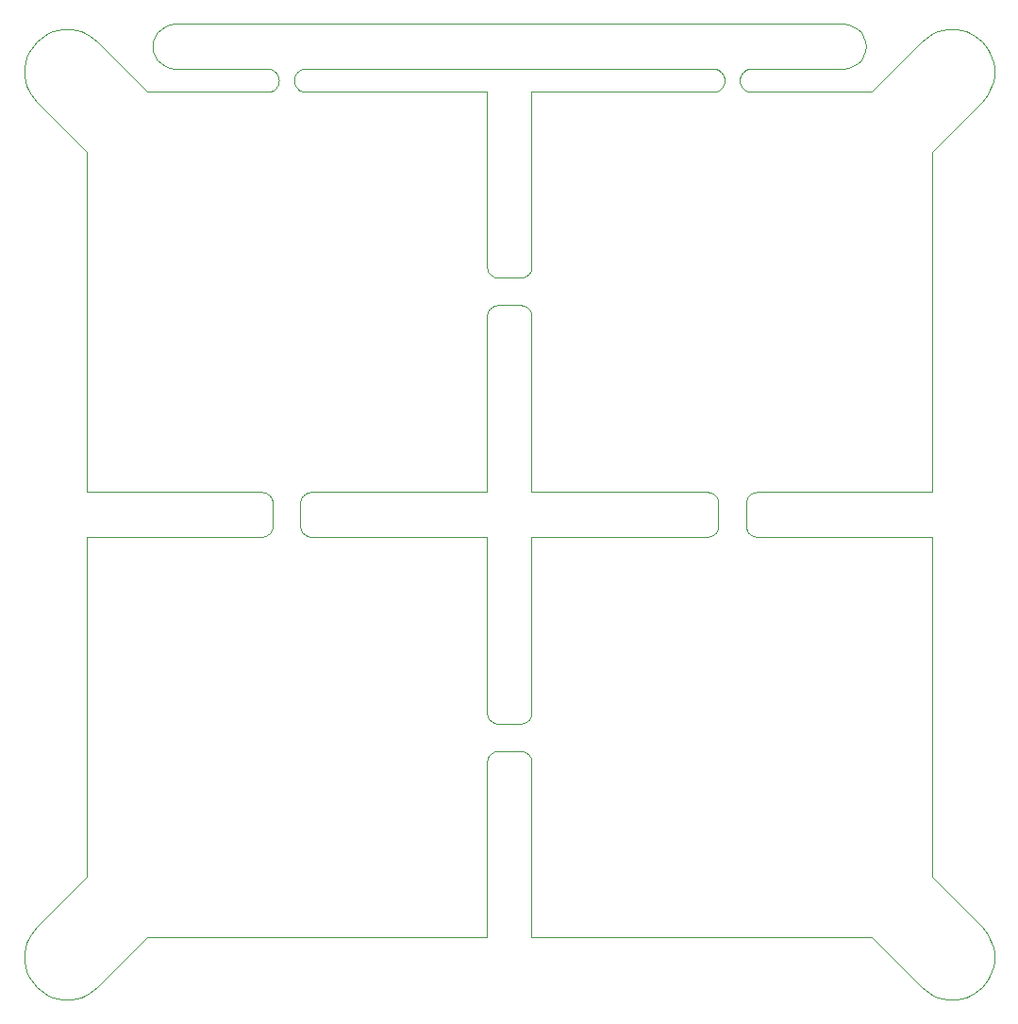
<source format=gko>
%MOIN*%
%OFA0B0*%
%FSLAX44Y44*%
%IPPOS*%
%LPD*%
%ADD10C,0*%
D10*
X00012492Y00035433D02*
X00012492Y00035433D01*
X00026877Y00035433D01*
X00026897Y00035432D01*
X00026917Y00035431D01*
X00026937Y00035428D01*
X00026957Y00035424D01*
X00026976Y00035420D01*
X00026996Y00035414D01*
X00027015Y00035408D01*
X00027033Y00035400D01*
X00027052Y00035392D01*
X00027070Y00035382D01*
X00027087Y00035372D01*
X00027104Y00035361D01*
X00027120Y00035349D01*
X00027135Y00035336D01*
X00027150Y00035322D01*
X00027164Y00035308D01*
X00027178Y00035293D01*
X00027190Y00035277D01*
X00027202Y00035260D01*
X00027213Y00035244D01*
X00027232Y00035212D01*
X00027252Y00035176D01*
X00027267Y00035137D01*
X00027279Y00035097D01*
X00027286Y00035056D01*
X00027289Y00035015D01*
X00027288Y00034973D01*
X00027282Y00034932D01*
X00027272Y00034891D01*
X00027257Y00034852D01*
X00027239Y00034815D01*
X00027216Y00034780D01*
X00027191Y00034747D01*
X00027161Y00034717D01*
X00027129Y00034691D01*
X00027094Y00034668D01*
X00027057Y00034649D01*
X00027019Y00034634D01*
X00026978Y00034623D01*
X00026937Y00034616D01*
X00026896Y00034614D01*
X00020472Y00034614D01*
X00020472Y00028439D01*
X00020471Y00028408D01*
X00020467Y00028377D01*
X00020461Y00028347D01*
X00020453Y00028317D01*
X00020442Y00028288D01*
X00020429Y00028260D01*
X00020414Y00028233D01*
X00020397Y00028207D01*
X00020378Y00028183D01*
X00020357Y00028161D01*
X00020334Y00028140D01*
X00020310Y00028120D01*
X00020284Y00028103D01*
X00020257Y00028088D01*
X00020229Y00028075D01*
X00020200Y00028064D01*
X00020170Y00028056D01*
X00020140Y00028050D01*
X00020109Y00028046D01*
X00020078Y00028045D01*
X00019291Y00028045D01*
X00019260Y00028046D01*
X00019229Y00028050D01*
X00019199Y00028056D01*
X00019169Y00028064D01*
X00019140Y00028075D01*
X00019112Y00028088D01*
X00019085Y00028103D01*
X00019059Y00028120D01*
X00019035Y00028140D01*
X00019012Y00028161D01*
X00018991Y00028183D01*
X00018972Y00028207D01*
X00018955Y00028233D01*
X00018940Y00028260D01*
X00018927Y00028288D01*
X00018916Y00028317D01*
X00018908Y00028347D01*
X00018902Y00028377D01*
X00018898Y00028408D01*
X00018897Y00028439D01*
X00018897Y00034614D01*
X00012474Y00034614D01*
X00012432Y00034616D01*
X00012391Y00034623D01*
X00012351Y00034634D01*
X00012312Y00034649D01*
X00012275Y00034668D01*
X00012240Y00034691D01*
X00012208Y00034717D01*
X00012179Y00034747D01*
X00012153Y00034780D01*
X00012130Y00034815D01*
X00012112Y00034852D01*
X00012097Y00034891D01*
X00012087Y00034932D01*
X00012081Y00034973D01*
X00012080Y00035015D01*
X00012083Y00035056D01*
X00012090Y00035097D01*
X00012102Y00035137D01*
X00012117Y00035176D01*
X00012137Y00035212D01*
X00012156Y00035244D01*
X00012167Y00035260D01*
X00012179Y00035277D01*
X00012191Y00035293D01*
X00012205Y00035308D01*
X00012219Y00035322D01*
X00012234Y00035336D01*
X00012249Y00035349D01*
X00012265Y00035361D01*
X00012282Y00035372D01*
X00012300Y00035382D01*
X00012317Y00035392D01*
X00012336Y00035400D01*
X00012354Y00035408D01*
X00012373Y00035414D01*
X00012393Y00035420D01*
X00012412Y00035424D01*
X00012432Y00035428D01*
X00012452Y00035431D01*
X00012472Y00035432D01*
X00012492Y00035433D01*
X00028240Y00035433D02*
X00028240Y00035433D01*
X00031496Y00035433D01*
X00031671Y00035452D01*
X00031837Y00035511D01*
X00031986Y00035604D01*
X00032111Y00035729D01*
X00032205Y00035878D01*
X00032263Y00036045D01*
X00032283Y00036220D01*
X00032263Y00036395D01*
X00032205Y00036562D01*
X00032111Y00036711D01*
X00031986Y00036836D01*
X00031837Y00036929D01*
X00031671Y00036988D01*
X00031496Y00037007D01*
X00007874Y00037007D01*
X00007698Y00036988D01*
X00007532Y00036929D01*
X00007383Y00036836D01*
X00007258Y00036711D01*
X00007164Y00036562D01*
X00007106Y00036395D01*
X00007086Y00036220D01*
X00007106Y00036045D01*
X00007164Y00035878D01*
X00007258Y00035729D01*
X00007383Y00035604D01*
X00007532Y00035511D01*
X00007698Y00035452D01*
X00007874Y00035433D01*
X00011129Y00035433D01*
X00011149Y00035432D01*
X00011169Y00035431D01*
X00011189Y00035428D01*
X00011209Y00035424D01*
X00011228Y00035420D01*
X00011248Y00035414D01*
X00011267Y00035408D01*
X00011285Y00035400D01*
X00011304Y00035392D01*
X00011322Y00035382D01*
X00011339Y00035372D01*
X00011356Y00035361D01*
X00011372Y00035349D01*
X00011387Y00035336D01*
X00011402Y00035322D01*
X00011416Y00035308D01*
X00011430Y00035293D01*
X00011442Y00035277D01*
X00011454Y00035260D01*
X00011465Y00035244D01*
X00011484Y00035212D01*
X00011504Y00035176D01*
X00011519Y00035137D01*
X00011531Y00035097D01*
X00011538Y00035056D01*
X00011541Y00035015D01*
X00011540Y00034973D01*
X00011534Y00034932D01*
X00011524Y00034891D01*
X00011509Y00034852D01*
X00011491Y00034815D01*
X00011468Y00034780D01*
X00011443Y00034747D01*
X00011413Y00034717D01*
X00011381Y00034691D01*
X00011346Y00034668D01*
X00011309Y00034649D01*
X00011270Y00034634D01*
X00011230Y00034623D01*
X00011189Y00034616D01*
X00011148Y00034614D01*
X00006876Y00034614D01*
X00005109Y00036382D01*
X00004983Y00036494D01*
X00004846Y00036591D01*
X00004699Y00036673D01*
X00004543Y00036737D01*
X00004382Y00036784D01*
X00004216Y00036812D01*
X00004048Y00036821D01*
X00003880Y00036812D01*
X00003714Y00036784D01*
X00003552Y00036737D01*
X00003397Y00036673D01*
X00003250Y00036591D01*
X00003113Y00036494D01*
X00002987Y00036382D01*
X00002875Y00036256D01*
X00002778Y00036119D01*
X00002696Y00035972D01*
X00002632Y00035817D01*
X00002586Y00035655D01*
X00002557Y00035489D01*
X00002548Y00035321D01*
X00002557Y00035153D01*
X00002586Y00034987D01*
X00002632Y00034826D01*
X00002696Y00034670D01*
X00002778Y00034523D01*
X00002875Y00034386D01*
X00002987Y00034261D01*
X00004755Y00032493D01*
X00004755Y00020472D01*
X00010930Y00020472D01*
X00010961Y00020471D01*
X00010992Y00020467D01*
X00011022Y00020461D01*
X00011052Y00020453D01*
X00011081Y00020442D01*
X00011109Y00020429D01*
X00011136Y00020414D01*
X00011162Y00020397D01*
X00011186Y00020378D01*
X00011209Y00020357D01*
X00011230Y00020334D01*
X00011249Y00020310D01*
X00011266Y00020284D01*
X00011281Y00020257D01*
X00011294Y00020229D01*
X00011305Y00020200D01*
X00011313Y00020170D01*
X00011319Y00020140D01*
X00011323Y00020109D01*
X00011324Y00020078D01*
X00011324Y00019291D01*
X00011323Y00019260D01*
X00011319Y00019229D01*
X00011313Y00019199D01*
X00011305Y00019169D01*
X00011294Y00019140D01*
X00011281Y00019112D01*
X00011266Y00019085D01*
X00011249Y00019059D01*
X00011230Y00019035D01*
X00011209Y00019012D01*
X00011186Y00018991D01*
X00011162Y00018972D01*
X00011136Y00018955D01*
X00011109Y00018940D01*
X00011081Y00018927D01*
X00011052Y00018916D01*
X00011022Y00018908D01*
X00010992Y00018902D01*
X00010961Y00018898D01*
X00010930Y00018897D01*
X00004755Y00018897D01*
X00004755Y00006876D01*
X00002987Y00005109D01*
X00002875Y00004983D01*
X00002778Y00004846D01*
X00002696Y00004699D01*
X00002632Y00004543D01*
X00002586Y00004382D01*
X00002557Y00004216D01*
X00002548Y00004048D01*
X00002557Y00003880D01*
X00002586Y00003714D01*
X00002632Y00003552D01*
X00002696Y00003397D01*
X00002778Y00003250D01*
X00002875Y00003113D01*
X00002987Y00002987D01*
X00003113Y00002875D01*
X00003250Y00002778D01*
X00003397Y00002696D01*
X00003552Y00002632D01*
X00003714Y00002586D01*
X00003880Y00002557D01*
X00004048Y00002548D01*
X00004216Y00002557D01*
X00004382Y00002586D01*
X00004543Y00002632D01*
X00004699Y00002696D01*
X00004846Y00002778D01*
X00004983Y00002875D01*
X00005109Y00002987D01*
X00006876Y00004755D01*
X00018897Y00004755D01*
X00018897Y00010930D01*
X00018898Y00010961D01*
X00018902Y00010992D01*
X00018908Y00011022D01*
X00018916Y00011052D01*
X00018927Y00011081D01*
X00018940Y00011109D01*
X00018955Y00011136D01*
X00018972Y00011162D01*
X00018991Y00011186D01*
X00019012Y00011209D01*
X00019035Y00011230D01*
X00019059Y00011249D01*
X00019085Y00011266D01*
X00019112Y00011281D01*
X00019140Y00011294D01*
X00019169Y00011305D01*
X00019199Y00011313D01*
X00019229Y00011319D01*
X00019260Y00011323D01*
X00019291Y00011324D01*
X00020078Y00011324D01*
X00020109Y00011323D01*
X00020140Y00011319D01*
X00020170Y00011313D01*
X00020200Y00011305D01*
X00020229Y00011294D01*
X00020257Y00011281D01*
X00020284Y00011266D01*
X00020310Y00011249D01*
X00020334Y00011230D01*
X00020357Y00011209D01*
X00020378Y00011186D01*
X00020397Y00011162D01*
X00020414Y00011136D01*
X00020429Y00011109D01*
X00020442Y00011081D01*
X00020453Y00011052D01*
X00020461Y00011022D01*
X00020467Y00010992D01*
X00020471Y00010961D01*
X00020472Y00010930D01*
X00020472Y00004755D01*
X00032493Y00004755D01*
X00034261Y00002987D01*
X00034386Y00002875D01*
X00034523Y00002778D01*
X00034670Y00002696D01*
X00034826Y00002632D01*
X00034987Y00002586D01*
X00035153Y00002557D01*
X00035321Y00002548D01*
X00035489Y00002557D01*
X00035655Y00002586D01*
X00035817Y00002632D01*
X00035972Y00002696D01*
X00036119Y00002778D01*
X00036256Y00002875D01*
X00036382Y00002987D01*
X00036494Y00003113D01*
X00036591Y00003250D01*
X00036673Y00003397D01*
X00036737Y00003552D01*
X00036784Y00003714D01*
X00036812Y00003880D01*
X00036821Y00004048D01*
X00036812Y00004216D01*
X00036784Y00004382D01*
X00036737Y00004543D01*
X00036673Y00004699D01*
X00036591Y00004846D01*
X00036494Y00004983D01*
X00036382Y00005109D01*
X00034614Y00006876D01*
X00034614Y00018897D01*
X00028439Y00018897D01*
X00028408Y00018898D01*
X00028377Y00018902D01*
X00028347Y00018908D01*
X00028317Y00018916D01*
X00028288Y00018927D01*
X00028260Y00018940D01*
X00028233Y00018955D01*
X00028207Y00018972D01*
X00028183Y00018991D01*
X00028161Y00019012D01*
X00028140Y00019035D01*
X00028120Y00019059D01*
X00028103Y00019085D01*
X00028088Y00019112D01*
X00028075Y00019140D01*
X00028064Y00019169D01*
X00028056Y00019199D01*
X00028050Y00019229D01*
X00028046Y00019260D01*
X00028045Y00019291D01*
X00028045Y00020078D01*
X00028046Y00020109D01*
X00028050Y00020140D01*
X00028056Y00020170D01*
X00028064Y00020200D01*
X00028075Y00020229D01*
X00028088Y00020257D01*
X00028103Y00020284D01*
X00028120Y00020310D01*
X00028140Y00020334D01*
X00028161Y00020357D01*
X00028183Y00020378D01*
X00028207Y00020397D01*
X00028233Y00020414D01*
X00028260Y00020429D01*
X00028288Y00020442D01*
X00028317Y00020453D01*
X00028347Y00020461D01*
X00028377Y00020467D01*
X00028408Y00020471D01*
X00028439Y00020472D01*
X00034614Y00020472D01*
X00034614Y00032493D01*
X00036382Y00034261D01*
X00036494Y00034386D01*
X00036591Y00034523D01*
X00036673Y00034670D01*
X00036737Y00034826D01*
X00036784Y00034987D01*
X00036812Y00035153D01*
X00036821Y00035321D01*
X00036812Y00035489D01*
X00036784Y00035655D01*
X00036737Y00035817D01*
X00036673Y00035972D01*
X00036591Y00036119D01*
X00036494Y00036256D01*
X00036382Y00036382D01*
X00036256Y00036494D01*
X00036119Y00036591D01*
X00035972Y00036673D01*
X00035817Y00036737D01*
X00035655Y00036784D01*
X00035489Y00036812D01*
X00035321Y00036821D01*
X00035153Y00036812D01*
X00034987Y00036784D01*
X00034826Y00036737D01*
X00034670Y00036673D01*
X00034523Y00036591D01*
X00034386Y00036494D01*
X00034261Y00036382D01*
X00032493Y00034614D01*
X00028222Y00034614D01*
X00028180Y00034616D01*
X00028139Y00034623D01*
X00028099Y00034634D01*
X00028060Y00034649D01*
X00028023Y00034668D01*
X00027988Y00034691D01*
X00027956Y00034717D01*
X00027927Y00034747D01*
X00027901Y00034780D01*
X00027878Y00034815D01*
X00027860Y00034852D01*
X00027845Y00034891D01*
X00027835Y00034932D01*
X00027829Y00034973D01*
X00027828Y00035015D01*
X00027831Y00035056D01*
X00027838Y00035097D01*
X00027850Y00035137D01*
X00027865Y00035176D01*
X00027885Y00035212D01*
X00027904Y00035244D01*
X00027915Y00035260D01*
X00027927Y00035277D01*
X00027939Y00035293D01*
X00027953Y00035308D01*
X00027967Y00035322D01*
X00027982Y00035336D01*
X00027997Y00035349D01*
X00028013Y00035361D01*
X00028030Y00035372D01*
X00028048Y00035382D01*
X00028065Y00035392D01*
X00028084Y00035400D01*
X00028102Y00035408D01*
X00028121Y00035414D01*
X00028141Y00035420D01*
X00028160Y00035424D01*
X00028180Y00035428D01*
X00028200Y00035431D01*
X00028220Y00035432D01*
X00028240Y00035433D01*
X00012691Y00020472D02*
X00012691Y00020472D01*
X00018897Y00020472D01*
X00018897Y00026678D01*
X00018898Y00026709D01*
X00018902Y00026740D01*
X00018908Y00026770D01*
X00018916Y00026800D01*
X00018927Y00026829D01*
X00018940Y00026857D01*
X00018955Y00026884D01*
X00018972Y00026910D01*
X00018991Y00026934D01*
X00019012Y00026957D01*
X00019035Y00026978D01*
X00019059Y00026997D01*
X00019085Y00027014D01*
X00019112Y00027029D01*
X00019140Y00027042D01*
X00019169Y00027053D01*
X00019199Y00027061D01*
X00019229Y00027067D01*
X00019260Y00027071D01*
X00019291Y00027072D01*
X00020078Y00027072D01*
X00020109Y00027071D01*
X00020140Y00027067D01*
X00020170Y00027061D01*
X00020200Y00027053D01*
X00020229Y00027042D01*
X00020257Y00027029D01*
X00020284Y00027014D01*
X00020310Y00026997D01*
X00020334Y00026978D01*
X00020357Y00026957D01*
X00020378Y00026934D01*
X00020397Y00026910D01*
X00020414Y00026884D01*
X00020429Y00026857D01*
X00020442Y00026829D01*
X00020453Y00026800D01*
X00020461Y00026770D01*
X00020467Y00026740D01*
X00020471Y00026709D01*
X00020472Y00026678D01*
X00020472Y00020472D01*
X00026678Y00020472D01*
X00026709Y00020471D01*
X00026740Y00020467D01*
X00026770Y00020461D01*
X00026800Y00020453D01*
X00026829Y00020442D01*
X00026857Y00020429D01*
X00026884Y00020414D01*
X00026910Y00020397D01*
X00026934Y00020378D01*
X00026957Y00020357D01*
X00026978Y00020334D01*
X00026997Y00020310D01*
X00027014Y00020284D01*
X00027029Y00020257D01*
X00027042Y00020229D01*
X00027053Y00020200D01*
X00027061Y00020170D01*
X00027067Y00020140D01*
X00027071Y00020109D01*
X00027072Y00020078D01*
X00027072Y00019291D01*
X00027071Y00019260D01*
X00027067Y00019229D01*
X00027061Y00019199D01*
X00027053Y00019169D01*
X00027042Y00019140D01*
X00027029Y00019112D01*
X00027014Y00019085D01*
X00026997Y00019059D01*
X00026978Y00019035D01*
X00026957Y00019012D01*
X00026934Y00018991D01*
X00026910Y00018972D01*
X00026884Y00018955D01*
X00026857Y00018940D01*
X00026829Y00018927D01*
X00026800Y00018916D01*
X00026770Y00018908D01*
X00026740Y00018902D01*
X00026709Y00018898D01*
X00026678Y00018897D01*
X00020472Y00018897D01*
X00020472Y00012691D01*
X00020471Y00012660D01*
X00020467Y00012629D01*
X00020461Y00012599D01*
X00020453Y00012569D01*
X00020442Y00012540D01*
X00020429Y00012512D01*
X00020414Y00012485D01*
X00020397Y00012459D01*
X00020378Y00012435D01*
X00020357Y00012412D01*
X00020334Y00012391D01*
X00020310Y00012372D01*
X00020284Y00012355D01*
X00020257Y00012340D01*
X00020229Y00012327D01*
X00020200Y00012316D01*
X00020170Y00012308D01*
X00020140Y00012302D01*
X00020109Y00012298D01*
X00020078Y00012297D01*
X00019291Y00012297D01*
X00019260Y00012298D01*
X00019229Y00012302D01*
X00019199Y00012308D01*
X00019169Y00012316D01*
X00019140Y00012327D01*
X00019112Y00012340D01*
X00019085Y00012355D01*
X00019059Y00012372D01*
X00019035Y00012391D01*
X00019012Y00012412D01*
X00018991Y00012435D01*
X00018972Y00012459D01*
X00018955Y00012485D01*
X00018940Y00012512D01*
X00018927Y00012540D01*
X00018916Y00012569D01*
X00018908Y00012599D01*
X00018902Y00012629D01*
X00018898Y00012660D01*
X00018897Y00012691D01*
X00018897Y00018897D01*
X00012691Y00018897D01*
X00012660Y00018898D01*
X00012629Y00018902D01*
X00012599Y00018908D01*
X00012569Y00018916D01*
X00012540Y00018927D01*
X00012512Y00018940D01*
X00012485Y00018955D01*
X00012459Y00018972D01*
X00012435Y00018991D01*
X00012412Y00019012D01*
X00012391Y00019035D01*
X00012372Y00019059D01*
X00012355Y00019085D01*
X00012340Y00019112D01*
X00012327Y00019140D01*
X00012316Y00019169D01*
X00012308Y00019199D01*
X00012302Y00019229D01*
X00012298Y00019260D01*
X00012297Y00019291D01*
X00012297Y00020078D01*
X00012298Y00020109D01*
X00012302Y00020140D01*
X00012308Y00020170D01*
X00012316Y00020200D01*
X00012327Y00020229D01*
X00012340Y00020257D01*
X00012355Y00020284D01*
X00012372Y00020310D01*
X00012391Y00020334D01*
X00012412Y00020357D01*
X00012435Y00020378D01*
X00012459Y00020397D01*
X00012485Y00020414D01*
X00012512Y00020429D01*
X00012540Y00020442D01*
X00012569Y00020453D01*
X00012599Y00020461D01*
X00012629Y00020467D01*
X00012660Y00020471D01*
X00012691Y00020472D01*
M02*
</source>
